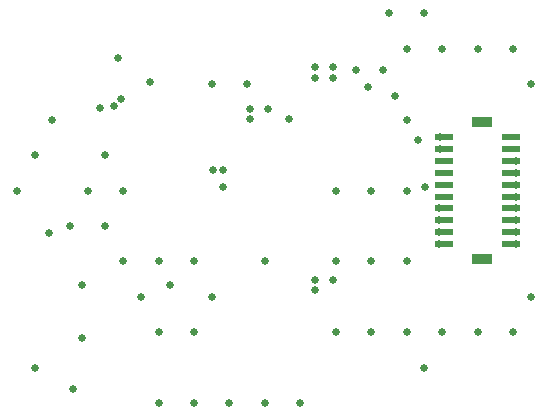
<source format=gbs>
G04*
G04 #@! TF.GenerationSoftware,Altium Limited,Altium Designer,24.4.1 (13)*
G04*
G04 Layer_Color=16711935*
%FSLAX44Y44*%
%MOMM*%
G71*
G04*
G04 #@! TF.SameCoordinates,756635CD-87F4-41CE-B67A-FD93177F9C21*
G04*
G04*
G04 #@! TF.FilePolarity,Negative*
G04*
G01*
G75*
%ADD18C,0.6500*%
%ADD23R,1.8000X0.8500*%
%ADD24R,1.6000X0.6000*%
D18*
X330000Y280000D02*
D03*
X140000Y120000D02*
D03*
X432500Y215000D02*
D03*
Y225000D02*
D03*
X339997Y259998D02*
D03*
X65000Y75000D02*
D03*
Y120000D02*
D03*
X99997Y139998D02*
D03*
X84997Y169998D02*
D03*
X24997Y49998D02*
D03*
X297500Y302500D02*
D03*
X307500Y287500D02*
D03*
X320000Y302500D02*
D03*
X350000Y242500D02*
D03*
X80000Y270000D02*
D03*
X429997Y319998D02*
D03*
X444997Y289998D02*
D03*
Y109998D02*
D03*
X429997Y79998D02*
D03*
X399997Y319998D02*
D03*
Y79998D02*
D03*
X369997Y319998D02*
D03*
Y79998D02*
D03*
X354997Y349998D02*
D03*
X339997Y319998D02*
D03*
Y199998D02*
D03*
Y139998D02*
D03*
Y79998D02*
D03*
X354997Y49998D02*
D03*
X324997Y349998D02*
D03*
X309997Y199998D02*
D03*
Y139998D02*
D03*
Y79998D02*
D03*
X279997Y199998D02*
D03*
Y139998D02*
D03*
Y79998D02*
D03*
X249997Y19998D02*
D03*
X219997Y139998D02*
D03*
Y19998D02*
D03*
X204997Y289998D02*
D03*
X189997Y19998D02*
D03*
X174997Y289998D02*
D03*
X159997Y139998D02*
D03*
X174997Y109998D02*
D03*
X159997Y79998D02*
D03*
Y19998D02*
D03*
X129997Y139998D02*
D03*
Y79998D02*
D03*
Y19998D02*
D03*
X99997Y199998D02*
D03*
X114997Y109998D02*
D03*
X84997Y229998D02*
D03*
X69997Y199998D02*
D03*
X39997Y259998D02*
D03*
X54997Y169998D02*
D03*
X24997Y229998D02*
D03*
X9997Y199998D02*
D03*
X262750Y295750D02*
D03*
X95705Y311868D02*
D03*
X122929Y291716D02*
D03*
X37250Y164250D02*
D03*
X57250Y31750D02*
D03*
X262750Y115750D02*
D03*
X277250Y124250D02*
D03*
X262750D02*
D03*
X98132Y277879D02*
D03*
X240000Y261000D02*
D03*
X184250Y202750D02*
D03*
Y217250D02*
D03*
X175750D02*
D03*
X207750Y260750D02*
D03*
Y269250D02*
D03*
X222250D02*
D03*
X262750Y304250D02*
D03*
X277250D02*
D03*
X368000Y235000D02*
D03*
Y245000D02*
D03*
X92121Y271868D02*
D03*
X277250Y295750D02*
D03*
X355750Y202750D02*
D03*
X367500Y185000D02*
D03*
Y175000D02*
D03*
Y165000D02*
D03*
Y155000D02*
D03*
X432639Y164861D02*
D03*
X432500Y175000D02*
D03*
Y155000D02*
D03*
Y205000D02*
D03*
Y195000D02*
D03*
Y185000D02*
D03*
D23*
X404000Y258250D02*
D03*
Y141750D02*
D03*
D24*
X428000Y245000D02*
D03*
Y235000D02*
D03*
Y225000D02*
D03*
Y215000D02*
D03*
Y205000D02*
D03*
Y195000D02*
D03*
Y185000D02*
D03*
Y175000D02*
D03*
Y165000D02*
D03*
Y155000D02*
D03*
X372000Y245000D02*
D03*
Y235000D02*
D03*
Y225000D02*
D03*
Y215000D02*
D03*
Y205000D02*
D03*
Y195000D02*
D03*
Y185000D02*
D03*
Y175000D02*
D03*
Y165000D02*
D03*
Y155000D02*
D03*
M02*

</source>
